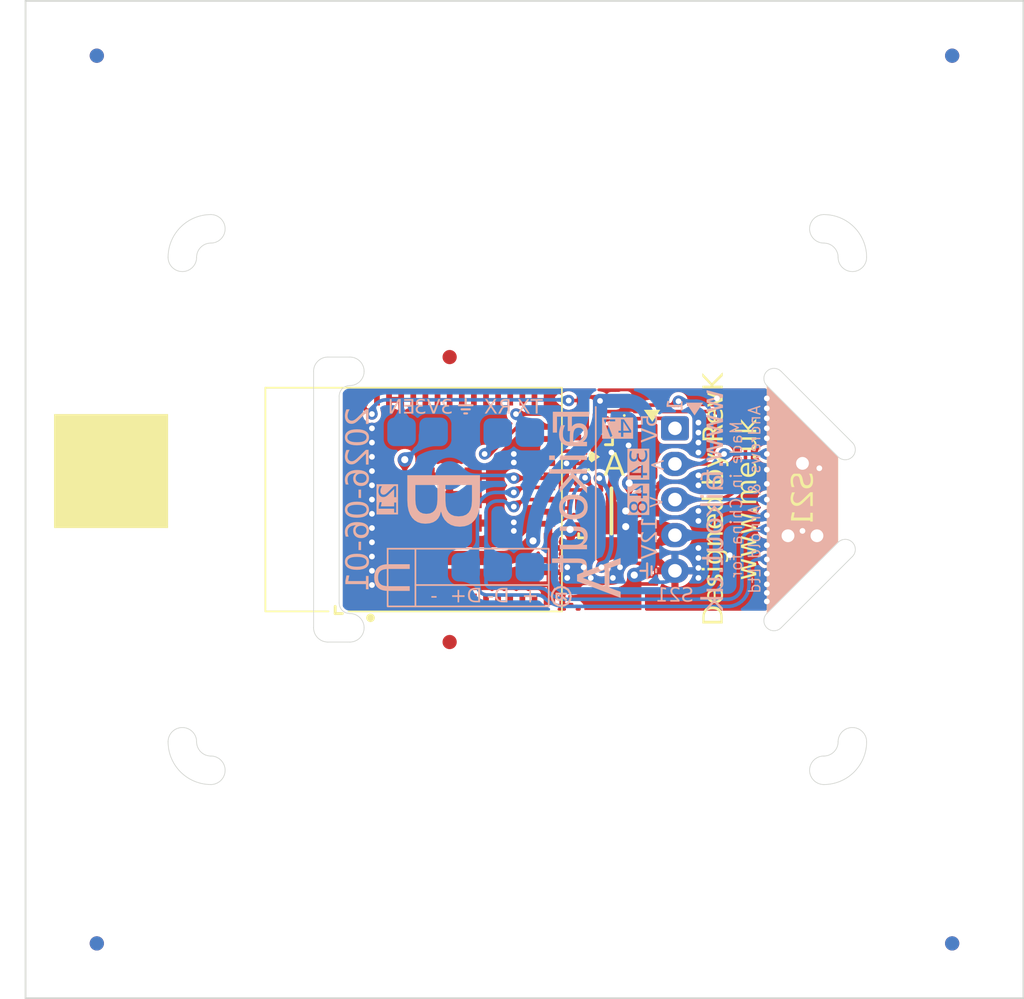
<source format=kicad_pcb>
(kicad_pcb (version 20241229) (generator "pcbnew") (generator_version "9.0")
  (title_block (title "FAIKOUT") (rev "1") (company "Adrian Kennard, Andrews & Arnold Ltd"))
  (layers (0 "F.Cu" signal) (2 "B.Cu" signal) (13 "F.Paste" user) (15 "B.Paste" user) (5 "F.SilkS" user "F.Silkscreen") (7 "B.SilkS" user "B.Silkscreen") (1 "F.Mask" user) (3 "B.Mask" user) (25 "Edge.Cuts" user))
  (net 0 "")
  (net 1 "GND")
  (net 2 "TX")
  (net 3 "RX")
  (net 4 "Net-(D4-K)")
  (net 5 "LED")
  (net 6 "DC")
  (net 7 "RST")
  (net 8 "Net-(J1-Pin_3)")
  (net 17 "+3.3V")
  (net 21 "Net-(J1-Pin_1)")
  (net 33 "D-")
  (net 34 "D+")
  (net 38 "Net-(J3-Pin_2)")
  (net 39 "BST")
  (net 40 "Net-(D4-A)")
  (net 41 "SW")
  (net 42 "FB")
  (net 43 "EN")
  (footprint "RevK:C_0201" (layer "F.Cu") (at 139.25 64.6 90)
    (property "Reference" "C19" (hide yes))
    (property "Value" "18pF")
  )
  (footprint "RevK:R_0201" (layer "F.Cu") (at 138.7 64.6 -90)
    (property "Reference" "R6" (hide yes))
    (property "Value" "150k 1%")
  )
  (footprint "RevK:R_0201" (layer "F.Cu") (at 142.8 59.6 90)
    (property "Reference" "R1" (hide yes))
    (property "Value" "10k")
  )
  (footprint "RevK:C_0201" (layer "F.Cu") (at 143.6 64.1 180)
    (property "Reference" "C5" (hide yes))
    (property "Value" "100nF")
  )
  (footprint "RevK:VCUT70N" (layer "F.Cu") (at 135 83)
    (property "Reference" "V4" (hide yes))
    (property "Value" "~")
  )
  (footprint "RevK:Tag-Connect_TC2030-IDC-NL_2x03_P1.27mm_Vertical" (layer "F.Cu") (at 154.5 65 -90)
    (property "Reference" "J2" (hide yes))
    (property "Value" "TC2030-USB-NL")
  )
  (footprint "RevK:SMD1615-Blind" (layer "F.Cu") (at 139.8 62 180)
    (property "Reference" "D1" (hide yes))
    (property "Value" "XL-1615RGBC-2812B" (hide yes))
  )
  (footprint "RevK:VCUT70N" (layer "F.Cu") (at 112 65 90)
    (property "Reference" "V5" (hide yes))
    (property "Value" "~")
  )
  (footprint "RevK:VCUT70N" (layer "F.Cu") (at 135 47)
    (property "Reference" "V3" (hide yes))
    (property "Value" "~")
  )
  (footprint "RevK:C_0402" (layer "F.Cu") (at 138.25 68.5 -90)
    (property "Reference" "C16" (hide yes))
    (property "Value" "100nF 25V" (hide yes))
  )
  (footprint "RevK:DFN1006-2L" (layer "F.Cu") (at 142.9 58.3 -90)
    (property "Reference" "D3" (hide yes))
    (property "Value" "~")
  )
  (footprint "RevK:R_0201" (layer "F.Cu") (at 139.8 64.6 90)
    (property "Reference" "R5" (hide yes))
    (property "Value" "150k 1%")
  )
  (footprint "RevK:C_0201" (layer "F.Cu") (at 142.08 64.9)
    (property "Reference" "C7" (hide yes))
    (property "Value" "100nF")
  )
  (footprint "RevK:C_0201" (layer "F.Cu") (at 139.070258 58.4)
    (property "Reference" "C6" (hide yes))
    (property "Value" "1uF")
  )
  (footprint "RevK:D_0402" (layer "F.Cu") (at 142 58.3 90)
    (property "Reference" "D4" (hide yes))
    (property "Value" "D")
  )
  (footprint "RevK:SOT-363_SC-70-6" (layer "F.Cu") (at 139.6 60 180)
    (property "Reference" "Q1" (hide yes))
    (property "Value" "BSS138PS")
  )
  (footprint "RevK:C_0201" (layer "F.Cu") (at 138.25 72.1 90)
    (property "Reference" "C2" (hide yes))
    (property "Value" "100nF")
  )
  (footprint "RevK:R_0201" (layer "F.Cu") (at 139.070258 57.8 180)
    (property "Reference" "R3" (hide yes))
    (property "Value" "10K")
  )
  (footprint "RevK:DFN1006-2L" (layer "F.Cu") (at 142 60 90)
    (property "Reference" "D2" (hide yes))
    (property "Value" "~")
  )
  (footprint "Fiducial:Fiducial_1mm_Mask2mm" (layer "F.Cu") (at 129.75 55)
    (property "Reference" "FID2" (hide yes))
    (property "Value" "Fiducial")
  )
  (footprint "RevK:SOT-563" (layer "F.Cu") (at 139.7 66.3875 90)
    (property "Reference" "U1" (hide yes))
    (property "Value" "TPS562246")
  )
  (footprint "RevK:C_0402" (layer "F.Cu") (at 144.3 68.7 -90)
    (property "Reference" "C3" (hide yes))
    (property "Value" "100nF 25V" (hide yes))
  )
  (footprint "RevK:ESP32-S3-MINI-1" (layer "F.Cu") (at 129.75 65 90)
    (property "Reference" "U4" (hide yes))
    (property "Value" "ESP32-S3-MINI-1-N4R2" (hide yes))
  )
  (footprint "RevK:C_0201" (layer "F.Cu") (at 138.15 64.6 90)
    (property "Reference" "C1" (hide yes))
    (property "Value" "100nF")
  )
  (footprint "RevK:VCUT70N" (layer "F.Cu") (at 135 73 180)
    (property "Reference" "V2" (hide yes))
    (property "Value" "~")
  )
  (footprint "RevK:C_0805" (layer "F.Cu") (at 143.6 62.2 90)
    (property "Reference" "C15" (hide yes))
    (property "Value" "47uF 6V3")
  )
  (footprint "RevK:JST_EH_S5B-EH_1x05_P2.50mm_Horizontal" (layer "F.Cu") (at 145.555 60 -90)
    (property "Reference" "J1" (hide yes))
    (property "Value" "1x5")
  )
  (footprint "Fiducial:Fiducial_1mm_Mask2mm" (layer "F.Cu") (at 129.75 75)
    (property "Reference" "FID3" (hide yes))
    (property "Value" "Fiducial")
  )
  (footprint "RevK:R_0201" (layer "F.Cu") (at 138.4 65.6 180)
    (property "Reference" "R8" (hide yes))
    (property "Value" "33k 1%")
  )
  (footprint "RevK:C_0805" (layer "F.Cu") (at 143.6 66 90)
    (property "Reference" "C17" (hide yes))
    (property "Value" "22uF 25V")
  )
  (footprint "RevK:L_5x5" (layer "F.Cu") (at 141.2 70.2 -90)
    (property "Reference" "L1" (hide yes))
    (property "Value" "4.7uH")
  )
  (footprint "RevK:R_0201" (layer "F.Cu") (at 141.1 58.1 90)
    (property "Reference" "R2" (hide yes))
    (property "Value" "10k")
  )
  (footprint "RevK:C_0201" (layer "F.Cu") (at 140.35 64.6 90)
    (property "Reference" "C18" (hide yes))
    (property "Value" "100nF")
  )
  (footprint "RevK:C_0201" (layer "F.Cu") (at 144.2 70.65 -90)
    (property "Reference" "C4" (hide yes))
    (property "Value" "100nF")
  )
  (footprint "RevK:PCB7070" (layer "F.Cu") (at 135 65)
    (property "Reference" "PCB1" (hide yes))
    (property "Value" "70x70" (hide yes))
    (fp_line (start -35 -35) (end 35 -35) (stroke (width 0.12)) (layer "Edge.Cuts"))
    (fp_line (start -35 35) (end -35 -35) (stroke (width 0.12)) (layer "Edge.Cuts"))
    (fp_line (start 35 -35) (end 35 35) (stroke (width 0.12)) (layer "Edge.Cuts"))
    (fp_line (start 35 35) (end -35 35) (stroke (width 0.12)) (layer "Edge.Cuts"))
  )
  (footprint "RevK:PAD-2mm" (layer "B.Cu") (at 135.375 60.3)
    (property "Reference" "TP10" (hide yes))
    (property "Value" "TestPoint")
  )
  (footprint "RevK:PAD-2mm" (layer "B.Cu") (at 130.875 60.25)
    (property "Reference" "TP8" (hide yes))
    (property "Value" "TestPoint")
  )
  (footprint "RevK:PAD-2mm" (layer "B.Cu") (at 133.125 69.75)
    (property "Reference" "TP2" (hide yes))
    (property "Value" "TestPoint")
  )
  (footprint "RevK:PAD-2mm" (layer "B.Cu") (at 130.875 69.75)
    (property "Reference" "TP3" (hide yes))
    (property "Value" "TestPoint")
  )
  (footprint "RevK:PAD-2mm" (layer "B.Cu") (at 128.625 69.75)
    (property "Reference" "TP4" (hide yes))
    (property "Value" "TestPoint")
  )
  (footprint "RevK:PAD-2mm" (layer "B.Cu") (at 126.375 60.25)
    (property "Reference" "TP6" (hide yes))
    (property "Value" "TestPoint")
  )
  (footprint "RevK:PAD-2mm" (layer "B.Cu") (at 135.375 69.75)
    (property "Reference" "TP7" (hide yes))
    (property "Value" "TestPoint")
  )
  (footprint "RevK:VCUT70N" (layer "B.Cu") (at 135 57 180)
    (property "Reference" "V1" (hide yes))
    (property "Value" "~")
  )
  (footprint "RevK:PAD-2mm" (layer "B.Cu") (at 128.625 60.25)
    (property "Reference" "TP5" (hide yes))
    (property "Value" "TestPoint")
  )
  (footprint "RevK:VCUT70N" (layer "B.Cu") (at 157 65 90)
    (property "Reference" "V6" (hide yes))
    (property "Value" "~")
  )
  (footprint "RevK:PAD-2mm" (layer "B.Cu") (at 133.125 60.3)
    (property "Reference" "TP9" (hide yes))
    (property "Value" "TestPoint")
  )
  (footprint "RevK:AA-Pad" (layer "B.Cu") (at 129.75 65 -90)
    (property "Reference" "J3" (hide yes))
    (property "Value" "Reset")
  )
  (gr_circle (center 139.5 62.9) (end 139.5 63) (fill yes) (layer "F.SilkS"))
  (gr_line (start 141.1 67.4) (end 141.1 64.2) (stroke (width 0.25)) (layer "F.SilkS"))
  (gr_rect (start 102 59) (end 110 67) (fill yes) (layer "F.SilkS"))
  (gr_circle (center 124.2 73.3) (end 124.5 73.3) (fill yes) (layer "F.SilkS"))
  (gr_poly (pts (xy 143.371112 58.700549) (xy 144.526112 58.700549) (xy 143.971112 59.550549)) (fill yes) (layer "F.SilkS"))
  (gr_poly (pts (xy 147.53 58.2) (xy 146.33 58.2) (xy 146.93 59.1)) (fill yes) (layer "B.SilkS"))
  (gr_line (start 127.35 71) (end 136.65 71) (stroke (width 0.12)) (layer "B.SilkS"))
  (gr_line (start 127.35 68.5) (end 127.35 72.5) (stroke (width 0.12)) (layer "B.SilkS"))
  (gr_rect (start 125.4 68.45) (end 136.7 72.5) (stroke (width 0.12)) (fill no) (layer "B.SilkS"))
  (gr_line (start 140 58.5) (end 140 69.2) (stroke (width 0.12)) (layer "B.SilkS"))
  (gr_arc (start 113 83) (mid 114 84) (end 113 85) (stroke (width 0.05)) (layer "Edge.Cuts"))
  (gr_arc (start 123.75 74) (mid 123.457107 74.707107) (end 122.75 75) (stroke (width 0.05)) (layer "Edge.Cuts"))
  (gr_arc (start 159 82) (mid 158.12132 84.12132) (end 156 85) (stroke (width 0.05)) (layer "Edge.Cuts"))
  (gr_arc (start 156 85) (mid 155 84) (end 156 83) (stroke (width 0.05)) (layer "Edge.Cuts"))
  (gr_line (start 152 73) (end 157 68) (stroke (width 0.05)) (layer "Edge.Cuts"))
  (gr_arc (start 113 45) (mid 114 46) (end 113 47) (stroke (width 0.05)) (layer "Edge.Cuts"))
  (gr_arc (start 157 68) (mid 157.999998 68) (end 157.999998 68.999998) (stroke (width 0.05)) (layer "Edge.Cuts"))
  (gr_line (start 152.999998 56.000002) (end 157.999998 61.000002) (stroke (width 0.05)) (layer "Edge.Cuts"))
  (gr_arc (start 156 47) (mid 156.707107 47.292893) (end 157 48) (stroke (width 0.05)) (layer "Edge.Cuts"))
  (gr_arc (start 159 48) (mid 158 49) (end 157 48) (stroke (width 0.05)) (layer "Edge.Cuts"))
  (gr_arc (start 152.999998 73.999998) (mid 152 73.999998) (end 152 73) (stroke (width 0.05)) (layer "Edge.Cuts"))
  (gr_arc (start 122.75 73) (mid 122.21967 72.78033) (end 122 72.25) (stroke (width 0.05)) (layer "Edge.Cuts"))
  (gr_arc (start 156 45) (mid 158.12132 45.87868) (end 159 48) (stroke (width 0.05)) (layer "Edge.Cuts"))
  (gr_arc (start 110 48) (mid 110.87868 45.87868) (end 113 45) (stroke (width 0.05)) (layer "Edge.Cuts"))
  (gr_arc (start 112 48) (mid 112.292893 47.292893) (end 113 47) (stroke (width 0.05)) (layer "Edge.Cuts"))
  (gr_line (start 120.207107 56) (end 120.207107 74) (stroke (width 0.05)) (layer "Edge.Cuts"))
  (gr_arc (start 110 82) (mid 111 81) (end 112 82) (stroke (width 0.05)) (layer "Edge.Cuts"))
  (gr_arc (start 113 83) (mid 112.292893 82.707107) (end 112 82) (stroke (width 0.05)) (layer "Edge.Cuts"))
  (gr_line (start 152.999998 73.999998) (end 157.999998 68.999998) (stroke (width 0.05)) (layer "Edge.Cuts"))
  (gr_line (start 122.75 75) (end 121.2071 75) (stroke (width 0.05)) (layer "Edge.Cuts"))
  (gr_arc (start 121.207107 75) (mid 120.5 74.707107) (end 120.207107 74) (stroke (width 0.05)) (layer "Edge.Cuts"))
  (gr_arc (start 112 48) (mid 111 49) (end 110 48) (stroke (width 0.05)) (layer "Edge.Cuts"))
  (gr_arc (start 157 82) (mid 156.707107 82.707107) (end 156 83) (stroke (width 0.05)) (layer "Edge.Cuts"))
  (gr_arc (start 122.75 55) (mid 123.457107 55.292893) (end 123.75 56) (stroke (width 0.05)) (layer "Edge.Cuts"))
  (gr_arc (start 157 82) (mid 158 81) (end 159 82) (stroke (width 0.05)) (layer "Edge.Cuts"))
  (gr_arc (start 152 57) (mid 152 56.000002) (end 152.999998 56.000002) (stroke (width 0.05)) (layer "Edge.Cuts"))
  (gr_arc (start 157.999998 61.000002) (mid 157.999998 62) (end 157 62) (stroke (width 0.05)) (layer "Edge.Cuts"))
  (gr_line (start 152 57) (end 157 62) (stroke (width 0.05)) (layer "Edge.Cuts"))
  (gr_arc (start 122 57.75) (mid 122.21967 57.21967) (end 122.75 57) (stroke (width 0.05)) (layer "Edge.Cuts"))
  (gr_arc (start 113 85) (mid 110.87868 84.12132) (end 110 82) (stroke (width 0.05)) (layer "Edge.Cuts"))
  (gr_arc (start 120.207107 56) (mid 120.5 55.292894) (end 121.207107 55) (stroke (width 0.05)) (layer "Edge.Cuts"))
  (gr_arc (start 156 47) (mid 155 46) (end 156 45) (stroke (width 0.05)) (layer "Edge.Cuts"))
  (gr_arc (start 123.75 56) (mid 123.457107 56.707107) (end 122.75 57) (stroke (width 0.05)) (layer "Edge.Cuts"))
  (gr_arc (start 122.75 73) (mid 123.457107 73.292893) (end 123.75 74) (stroke (width 0.05)) (layer "Edge.Cuts"))
  (gr_line (start 121.207107 55.000008) (end 122.75 55) (stroke (width 0.05)) (layer "Edge.Cuts"))
  (gr_line (start 122 57.75) (end 122 72.25) (stroke (width 0.05)) (layer "Edge.Cuts"))
  (gr_text "3" (at 153.3 65 90) (layer "F.SilkS" knockout) (effects (font (size 1.1 1.1))))
  (gr_text "Designed by RevK\nwww.me.uk" (at 149.5 65 90) (layer "F.SilkS") (effects (font (size 1.4 1.4))))
  (gr_text "1" (at 153.33 60 90) (layer "F.SilkS" knockout) (effects (font (size 1.1 1.1))))
  (gr_text "5" (at 153.33 70 90) (layer "F.SilkS" knockout) (effects (font (size 1.1 1.1))))
  (gr_text "A" (at 140.534282 63.585814 0) (layer "F.SilkS") (effects (font (size 1.6 1.6)) (justify left bottom)))
  (gr_text "F" (at 138.5 59.5 90) (layer "B.SilkS") (effects (font (size 2.5 2.5)) (justify mirror)))
  (gr_text "D-" (at 133.15 71.8 0) (layer "B.SilkS") (effects (font (size 1 1) (thickness 0.1)) (justify mirror)))
  (gr_text "®" (at 137.6 71.8 90) (layer "B.SilkS") (effects (font (size 1 1)) (justify mirror)))
  (gr_text "D+" (at 130.9 71.8 0) (layer "B.SilkS") (effects (font (size 1 1) (thickness 0.1)) (justify mirror)))
  (gr_text "${CURRENT_DATE}" (at 123.4 65 90) (layer "B.SilkS") (effects (font (size 1.6 1.6)) (justify mirror)))
  (gr_text "1" (at 145.63 58.4 90) (layer "B.SilkS") (effects (font (size 1.1 1.1) (thickness 0.1)) (justify mirror)))
  (gr_text "EN" (at 126.375 58.55 0) (layer "B.SilkS") (effects (font (size 1 1) (thickness 0.1)) (justify mirror)))
  (gr_text ">" (at 144.33 62.6 0) (layer "B.SilkS") (effects (font (size 1 1)) (justify mirror)))
  (gr_text "Made in China for\nAndrews & Arnold Ltd" (at 150.5 65 90) (layer "B.SilkS") (effects (font (size 0.8 0.8) (thickness 0.1)) (justify mirror)))
  (gr_text "U" (at 125.5 70.475 270) (layer "B.SilkS") (effects (font (size 2.4 2.4)) (justify mirror)))
  (gr_text "RX" (at 133.125 58.55 0) (layer "B.SilkS") (effects (font (size 1 1) (thickness 0.1)) (justify mirror)))
  (gr_text "A" (at 140.5 70.5 90) (layer "B.SilkS") (effects (font (size 3 3)) (justify mirror)))
  (gr_text "TX" (at 135.375 58.55 0) (layer "B.SilkS") (effects (font (size 1 1) (thickness 0.1)) (justify mirror)))
  (gr_text "48" (at 143.1 65 90) (layer "B.SilkS" knockout) (effects (font (size 1.2 1.2) (thickness 0.1)) (justify mirror)))
  (gr_text "S21" (at 154.6 65 90) (layer "B.SilkS" knockout) (effects (font (size 1.5 1.5)) (justify mirror)))
  (gr_text "aikout.uk" (at 148.3 63.2 90) (layer "B.SilkS") (effects (font (size 1.5 1.5)) (justify left mirror)))
  (gr_text "S21" (at 145.53 71.75 0) (layer "B.SilkS") (effects (font (size 1 1)) (justify mirror)))
  (gr_text "3V3" (at 128.625 58.55 0) (layer "B.SilkS") (effects (font (size 1 1) (thickness 0.1)) (justify mirror)))
  (gr_text "5V" (at 143.83 60 90) (layer "B.SilkS") (effects (font (size 1.1 1.1) (thickness 0.1)) (justify mirror)))
  (gr_text "⏚" (at 130.875 58.5 0) (layer "B.SilkS") (effects (font (size 1 1)) (justify mirror)))
  (gr_text "12V" (at 143.83 67.7 90) (layer "B.SilkS") (effects (font (size 1.1 1.1) (thickness 0.1)) (justify mirror)))
  (gr_text " aikout" (at 138.35 64.25 90) (layer "B.SilkS") (effects (font (size 2.5 2.5)) (justify mirror)))
  (gr_text "47" (at 141.5 60.1 0) (layer "B.SilkS" knockout) (effects (font (size 1.2 1.2) (thickness 0.1)) (justify mirror)))
  (gr_text "www.f" (at 148.3 63.6 90) (layer "B.SilkS") (effects (font (size 1.5 1.5)) (justify right mirror)))
  (gr_text "21" (at 125.5 65 90) (layer "B.SilkS" knockout) (effects (font (size 1.2 1.2) (thickness 0.1)) (justify mirror)))
  (gr_text "-" (at 128.65 71.8 0) (layer "B.SilkS") (effects (font (size 1 1)) (justify mirror)))
  (gr_text "+" (at 135.4 71.8 0) (layer "B.SilkS") (effects (font (size 1 1) (thickness 0.1)) (justify mirror)))
  (gr_text "34" (at 143.1 62.5 90) (layer "B.SilkS" knockout) (effects (font (size 1.2 1.2) (thickness 0.1)) (justify mirror)))
  (gr_text "<" (at 144.23 65.2 0) (layer "B.SilkS") (effects (font (size 1 1)) (justify mirror)))
  (gr_text "⏚" (at 143.73 70 90) (layer "B.SilkS") (effects (font (size 1.1 1.1)) (justify mirror)))
  (segment (start 145.1 70) (end 144.3 69.2) (width 0.5) (layer "F.Cu") (net 1))
  (segment (start 136.83 72) (end 136.83 70.95) (width 0.5) (layer "F.Cu") (net 1))
  (segment (start 138.356322 72.481322) (end 138.365142 72.489315) (width 0.25) (layer "F.Cu") (net 1))
  (segment (start 138.25 72.375) (end 138.356322 72.481322) (width 0.25) (layer "F.Cu") (net 1))
  (segment (start 138.365142 72.489315) (end 138.38854 72.499) (width 0.25) (layer "F.Cu") (net 1))
  (segment (start 140.538294 66.940501) (end 142.059499 66.940501) (width 1) (layer "F.Cu") (net 1))
  (segment (start 142.059499 66.940501) (end 142.1 66.9) (width 1) (layer "F.Cu") (net 1))
  (segment (start 137.324 57.476) (end 137.6 57.476) (width 0.2) (layer "F.Cu") (net 1))
  (segment (start 136.83 57.97) (end 137.324 57.476) (width 0.2) (layer "F.Cu") (net 1))
  (segment (start 138.38854 72.499) (end 138.7 72.499) (width 0.25) (layer "F.Cu") (net 1))
  (via (at 124.3 66) (size 0.8) (drill 0.4) (layers "F.Cu" "B.Cu") (net 1))
  (via (at 141.1 61.7) (size 0.8) (drill 0.4) (layers "F.Cu" "B.Cu") (net 1))
  (via (at 147.2 70.5) (size 0.8) (drill 0.4) (layers "F.Cu" "B.Cu") (net 1))
  (via (at 124.3 61) (size 0.8) (drill 0.4) (layers "F.Cu" "B.Cu") (net 1))
  (via (at 147.2 68.4) (size 0.8) (drill 0.4) (layers "F.Cu" "B.Cu") (net 1))
  (via (at 152 71.55) (size 0.8) (drill 0.4) (layers "F.Cu" "B.Cu") (net 1))
  (via (at 152 70.95) (size 0.8) (drill 0.4) (layers "F.Cu" "B.Cu") (net 1))
  (via (at 152 59.3) (size 0.8) (drill 0.4) (layers "F.Cu" "B.Cu") (net 1))
  (via (at 141.7 69.75) (size 0.8) (drill 0.4) (layers "F.Cu" "B.Cu") (net 1))
  (via (at 138 69.75) (size 0.8) (drill 0.4) (layers "F.Cu" "B.Cu") (net 1))
  (via (at 139.15 69.75) (size 0.8) (drill 0.4) (layers "F.Cu" "B.Cu") (net 1))
  (via (at 124.3 67) (size 0.8) (drill 0.4) (layers "F.Cu" "B.Cu") (net 1))
  (via (at 152 62.9) (size 0.8) (drill 0.4) (layers "F.Cu" "B.Cu") (net 1))
  (via (at 147.2 69.1) (size 0.8) (drill 0.4) (layers "F.Cu" "B.Cu") (net 1))
  (via (at 134.25 67.2) (size 0.8) (drill 0.4) (layers "F.Cu" "B.Cu") (net 1))
  (via (at 147.2 59.6) (size 0.8) (drill 0.4) (layers "F.Cu" "B.Cu") (net 1))
  (via (at 142.1 66.9) (size 1) (drill 0.5) (layers "F.Cu" "B.Cu") (net 1))
  (via (at 152 63.9) (size 0.8) (drill 0.4) (layers "F.Cu" "B.Cu") (net 1))
  (via (at 139.65 70.5) (size 0.8) (drill 0.4) (layers "F.Cu" "B.Cu") (net 1))
  (via (at 152 70.2) (size 0.8) (drill 0.4) (layers "F.Cu" "B.Cu") (net 1))
  (via (at 147.2 64) (size 0.8) (drill 0.4) (layers "F.Cu" "B.Cu") (net 1))
  (via (at 152 60.7) (size 0.8) (drill 0.4) (layers "F.Cu" "B.Cu") (net 1))
  (via (at 147.2 61.7) (size 0.8) (drill 0.4) (layers "F.Cu" "B.Cu") (net 1))
  (via (at 147.2 66.5) (size 0.8) (drill 0.4) (layers "F.Cu" "B.Cu") (net 1))
  (via (at 124.3 68) (size 0.8) (drill 0.4) (layers "F.Cu" "B.Cu") (net 1))
  (via (at 134.25 62.4) (size 0.8) (drill 0.4) (layers "F.Cu" "B.Cu") (net 1))
  (via (at 152 60) (size 0.8) (drill 0.4) (layers "F.Cu" "B.Cu") (net 1))
  (via (at 147.2 60.3) (size 0.8) (drill 0.4) (layers "F.Cu" "B.Cu") (net 1))
  (via (at 149.4 68.9) (size 0.8) (drill 0.4) (layers "F.Cu" "B.Cu") (net 1))
  (via (at 147.2 69.8) (size 0.8) (drill 0.4) (layers "F.Cu" "B.Cu") (net 1))
  (via (at 124.3 71) (size 0.8) (drill 0.4) (layers "F.Cu" "B.Cu") (net 1))
  (via (at 124.3 63) (size 0.8) (drill 0.4) (layers "F.Cu" "B.Cu") (net 1))
  (via (at 141.2 70.5) (size 0.8) (drill 0.4) (layers "F.Cu" "B.Cu") (net 1))
  (via (at 147.2 63.3) (size 0.8) (drill 0.4) (layers "F.Cu" "B.Cu") (net 1))
  (via (at 124.3 70) (size 0.8) (drill 0.4) (layers "F.Cu" "B.Cu") (net 1))
  (via (at 152 58.6) (size 0.8) (drill 0.4) (layers "F.Cu" "B.Cu") (net 1))
  (via (at 152 57.9) (size 0.8) (drill 0.4) (layers "F.Cu" "B.Cu") (net 1))
  (via (at 147.2 65.8) (size 0.8) (drill 0.4) (layers "F.Cu" "B.Cu") (net 1))
  (via (at 124.3 65) (size 0.8) (drill 0.4) (layers "F.Cu" "B.Cu") (net 1))
  (via (at 142.3 61.2) (size 0.8) (drill 0.4) (layers "F.Cu" "B.Cu") (net 1))
  (via (at 124.3 60) (size 0.8) (drill 0.4) (layers "F.Cu" "B.Cu") (net 1))
  (via (at 134.25 61.8) (size 0.8) (drill 0.4) (layers "F.Cu" "B.Cu") (net 1))
  (via (at 147.2 61) (size 0.8) (drill 0.4) (layers "F.Cu" "B.Cu") (net 1))
  (via (at 138 70.5) (size 0.8) (drill 0.4) (layers "F.Cu" "B.Cu") (net 1))
  (via (at 124.3 69) (size 0.8) (drill 0.4) (layers "F.Cu" "B.Cu") (net 1))
  (via (at 124.3 62) (size 0.8) (drill 0.4) (layers "F.Cu" "B.Cu") (net 1))
  (via (at 134.25 66.6) (size 0.8) (drill 0.4) (layers "F.Cu" "B.Cu") (net 1))
  (via (at 142.1 65.8) (size 1) (drill 0.5) (layers "F.Cu" "B.Cu") (net 1))
  (via (at 148.5 57.9) (size 0.8) (drill 0.4) (layers "F.Cu" "B.Cu") (net 1))
  (via (at 124.3 64) (size 0.8) (drill 0.4) (layers "F.Cu" "B.Cu") (net 1))
  (via (at 152 68.2) (size 0.8) (drill 0.4) (layers "F.Cu" "B.Cu") (net 1))
  (via (at 152 72.15) (size 0.8) (drill 0.4) (layers "F.Cu" "B.Cu") (net 1))
  (arc (start 136.796647 60.750083) (mid 137.123179 60.815035) (end 137.4 61) (width 0.25) (layer "F.Cu") (net 1))
  (segment (start 144.755 70.8) (end 144.2 70.8) (width 0.25) (layer "B.Cu") (net 1))
  (arc (start 145.555 70) (mid 145.320685 70.565685) (end 144.755 70.8) (width 0.25) (layer "B.Cu") (net 1))
  (segment (start 137.506179 59.293821) (end 138.056179 59.843821) (width 0.25) (layer "F.Cu") (net 2))
  (segment (start 136.7 59) (end 134.4 59) (width 0.25) (layer "F.Cu") (net 2))
  (segment (start 138.65 60) (end 138.433228 60) (width 0.25) (layer "F.Cu") (net 2))
  (via (at 134.4 59) (size 0.8) (drill 0.4) (layers "F.Cu" "B.Cu") (net 2))
  (arc (start 136.917543 59.05) (mid 137.236111 59.113367) (end 137.506179 59.293821) (width 0.25) (layer "F.Cu") (net 2))
  (arc (start 138.433228 60) (mid 138.22917 59.95941) (end 138.056179 59.843821) (width 0.25) (layer "F.Cu") (net 2))
  (segment (start 135.14519 59.745191) (end 134.4 59) (width 0.25) (layer "B.Cu") (net 2))
  (segment (start 137.347488 60.147487) (end 137.45 60.25) (width 0.25) (layer "F.Cu") (net 3))
  (segment (start 136.323224 59.723223) (end 136.25 59.65) (width 0.25) (layer "F.Cu") (net 3))
  (segment (start 138.65 60.65) (end 138.132843 60.65) (width 0.25) (layer "F.Cu") (net 3))
  (segment (start 133 61.4) (end 132.741422 61.658579) (width 0.25) (layer "F.Cu") (net 3))
  (segment (start 132.4 61.8) (end 132.2 61.8) (width 0.25) (layer "F.Cu") (net 3))
  (segment (start 135.887868 59.5) (end 135.182843 59.5) (width 0.25) (layer "F.Cu") (net 3))
  (segment (start 134.7 59.7) (end 133 61.4) (width 0.25) (layer "F.Cu") (net 3))
  (segment (start 137.45 60.25) (end 137.65 60.45) (width 0.25) (layer "F.Cu") (net 3))
  (via (at 132.2 61.8) (size 0.8) (drill 0.4) (layers "F.Cu" "B.Cu") (net 3))
  (arc (start 138.132843 60.65) (mid 137.87153 60.598022) (end 137.65 60.45) (width 0.25) (layer "F.Cu") (net 3))
  (arc (start 136.25 59.65) (mid 136.083852 59.538984) (end 135.887868 59.5) (width 0.25) (layer "F.Cu") (net 3))
  (arc (start 132.741422 61.658579) (mid 132.584776 61.763246) (end 132.4 61.8) (width 0.25) (layer "F.Cu") (net 3))
  (arc (start 136.75 59.9) (mid 137.073358 59.96432) (end 137.347488 60.147487) (width 0.25) (layer "F.Cu") (net 3))
  (arc (start 136.75 59.9) (mid 136.51903 59.854057) (end 136.323224 59.723223) (width 0.25) (layer "F.Cu") (net 3))
  (arc (start 135.182843 59.5) (mid 134.92153 59.551978) (end 134.7 59.7) (width 0.25) (layer "F.Cu") (net 3))
  (segment (start 132.718414 61.281587) (end 132.2 61.8) (width 0.25) (layer "B.Cu") (net 3))
  (arc (start 133.125 60.3) (mid 133.019332 60.831231) (end 132.718414 61.281587) (width 0.25) (layer "B.Cu") (net 3))
  (segment (start 142.9 58.7) (end 142 58.7) (width 0.25) (layer "F.Cu") (net 4))
  (segment (start 141.876 58.824) (end 141.3 58.824) (width 0.25) (layer "F.Cu") (net 4))
  (segment (start 141.3 58.824) (end 140.175 58.824) (width 0.25) (layer "F.Cu") (net 4))
  (segment (start 145.555 62.5) (end 148.3 62.5) (width 0.25) (layer "F.Cu") (net 4))
  (segment (start 139.899 59.1) (end 139.899 59.700638) (width 0.25) (layer "F.Cu") (net 4))
  (segment (start 145.8 58.099) (end 145.526 58.373) (width 0.25) (layer "F.Cu") (net 4))
  (segment (start 145.526 58.373) (end 143.848025 58.373) (width 0.25) (layer "F.Cu") (net 4))
  (segment (start 140.198362 60) (end 140.55 60) (width 0.25) (layer "F.Cu") (net 4))
  (segment (start 141.3 58.824) (end 141.700638 58.824) (width 0.25) (layer "F.Cu") (net 4))
  (segment (start 154.926403 66.773596) (end 154.5 67.2) (width 0.25) (layer "F.Cu") (net 4))
  (via (at 145.8 58.099) (size 0.8) (drill 0.4) (layers "F.Cu" "B.Cu") (net 4))
  (via (at 152 61.8) (size 0.8) (drill 0.4) (layers "F.Cu" "B.Cu") (net 4))
  (via (at 154.5 67.2) (size 0.8) (drill 0.4) (layers "F.Cu" "B.Cu") (net 4))
  (via (at 149 61.8) (size 0.8) (drill 0.4) (layers "F.Cu" "B.Cu") (net 4))
  (arc (start 140.175 58.824) (mid 139.979839 58.904839) (end 139.899 59.1) (width 0.25) (layer "F.Cu") (net 4))
  (arc (start 141.700638 58.824) (mid 141.862652 58.791773) (end 142 58.7) (width 0.25) (layer "F.Cu") (net 4))
  (arc (start 143.848025 58.373) (mid 143.551436 58.431995) (end 143.299999 58.6) (width 0.25) (layer "F.Cu") (net 4))
  (arc (start 148.3 62.5) (mid 148.794975 62.294975) (end 149 61.8) (width 0.25) (layer "F.Cu") (net 4))
  (arc (start 143.299999 58.6) (mid 143.189234 58.67401) (end 143.058578 58.7) (width 0.25) (layer "F.Cu") (net 4))
  (arc (start 155.135 66.27) (mid 155.080788 66.542544) (end 154.926403 66.773596) (width 0.25) (layer "F.Cu") (net 4))
  (arc (start 139.899 59.700638) (mid 139.986681 59.912319) (end 140.198362 60) (width 0.25) (layer "F.Cu") (net 4))
  (segment (start 152.241421 61.7) (end 155.316 61.7) (width 0.25) (layer "B.Cu") (net 4))
  (segment (start 152.016 61.784) (end 152 61.8) (width 0.25) (layer "B.Cu") (net 4))
  (segment (start 145.8 58.099) (end 147.029 58.099) (width 0.25) (layer "B.Cu") (net 4))
  (segment (start 156.5 64.068629) (end 156.5 62.884) (width 0.25) (layer "B.Cu") (net 4))
  (segment (start 154.5 67.2) (end 155.7 66) (width 0.25) (layer "B.Cu") (net 4))
  (segment (start 145.555 62.5) (end 147.08 62.5) (width 0.25) (layer "B.Cu") (net 4))
  (segment (start 148.13 61.45) (end 148.13 59.2) (width 0.25) (layer "B.Cu") (net 4))
  (segment (start 149 61.8) (end 152 61.8) (width 0.25) (layer "B.Cu") (net 4))
  (arc (start 147.08 62.5) (mid 147.822462 62.192462) (end 148.13 61.45) (width 0.25) (layer "B.Cu") (net 4))
  (arc (start 155.7 66) (mid 156.292087 65.113879) (end 156.5 64.068629) (width 0.25) (layer "B.Cu") (net 4))
  (arc (start 152.241421 61.7) (mid 152.110765 61.725989) (end 152 61.8) (width 0.25) (layer "B.Cu") (net 4))
  (arc (start 147.029 58.099) (mid 147.807525 58.421475) (end 148.13 59.2) (width 0.25) (layer "B.Cu") (net 4))
  (arc (start 156.5 62.884) (mid 156.153214 62.046786) (end 155.316 61.7) (width 0.25) (layer "B.Cu") (net 4))
  (segment (start 136.75 61.6) (end 138.993934 61.6) (width 0.25) (layer "F.Cu") (net 5))
  (arc (start 138.993934 61.6) (mid 139.091926 61.580508) (end 139.175 61.525) (width 0.25) (layer "F.Cu") (net 5))
  (segment (start 139.278917 63.615197) (end 139.306545 63.669421) (width 0.25) (layer "F.Cu") (net 6))
  (segment (start 139.250595 63.49721) (end 139.260113 63.557318) (width 0.25) (layer "F.Cu") (net 6))
  (segment (start 152 66.1) (end 152.8 65.3) (width 0.35) (layer "F.Cu") (net 6))
  (segment (start 143.612556 66.937909) (end 144.197992 66.937909) (width 1) (layer "F.Cu") (net 6))
  (segment (start 139.306545 63.669421) (end 139.342315 63.718655) (width 0.25) (layer "F.Cu") (net 6))
  (segment (start 138.25 68) (end 138.25 67.220711) (width 0.5) (layer "F.Cu") (net 6))
  (segment (start 145 67.5) (end 144.3 68.2) (width 0.5) (layer "F.Cu") (net 6))
  (segment (start 139.342315 63.718655) (end 139.363436 63.740566) (width 0.25) (layer "F.Cu") (net 6))
  (segment (start 139.260113 63.557318) (end 139.278917 63.615197) (width 0.25) (layer "F.Cu") (net 6))
  (segment (start 138.2 67.1) (end 138.7 67.1) (width 1) (layer "F.Cu") (net 6))
  (segment (start 139.250031 63.466782) (end 139.250595 63.49721) (width 0.25) (layer "F.Cu") (net 6))
  (segment (start 143.6 66.9375) (end 143.612556 66.937909) (width 1) (layer "F.Cu") (net 6))
  (segment (start 153.157089 64.437911) (end 153.865 63.73) (width 0.35) (layer "F.Cu") (net 6))
  (segment (start 139.363436 63.740566) (end 139.69544 64.07257) (width 0.25) (layer "F.Cu") (net 6))
  (via (at 152 66.1) (size 0.8) (drill 0.4) (layers "F.Cu" "B.Cu") (net 6))
  (via (at 139.24934 63.466061) (size 0.8) (drill 0.4) (layers "F.Cu" "B.Cu") (net 6))
  (via (at 138.2 67.1) (size 1) (drill 0.5) (layers "F.Cu" "B.Cu") (net 6))
  (arc (start 138.25 67.220711) (mid 138.237006 67.155382) (end 138.2 67.1) (width 0.5) (layer "F.Cu") (net 6))
  (arc (start 139.69544 64.07257) (mid 139.772826 64.188386) (end 139.8 64.325) (width 0.25) (layer "F.Cu") (net 6))
  (arc (start 144.197992 66.937909) (mid 144.932399 67.083992) (end 145.555 67.5) (width 1) (layer "F.Cu") (net 6))
  (arc (start 152.9 65.058579) (mid 152.966815 64.722676) (end 153.157089 64.437911) (width 0.35) (layer "F.Cu") (net 6))
  (arc (start 152.8 65.3) (mid 152.874011 65.189235) (end 152.9 65.058579) (width 0.35) (layer "F.Cu") (net 6))
  (segment (start 137.9 67.1) (end 138.2 67.1) (width 0.5) (layer "B.Cu") (net 6))
  (segment (start 147 71.4) (end 138 71.4) (width 0.5) (layer "B.Cu") (net 6))
  (segment (start 137.1 70.5) (end 137.1 69.8) (width 0.5) (layer "B.Cu") (net 6))
  (segment (start 136.979832 69.75) (end 135.375 69.75) (width 0.5) (layer "B.Cu") (net 6))
  (segment (start 138.2 65.913928) (end 138.2 67.1) (width 0.25) (layer "B.Cu") (net 6))
  (segment (start 148.452056 67.5) (end 148.452056 69.947944) (width 0.5) (layer "B.Cu") (net 6))
  (segment (start 149.652056 66.3) (end 151.517157 66.3) (width 0.5) (layer "B.Cu") (net 6))
  (segment (start 137.1 69.8) (end 137.1 67.9) (width 0.5) (layer "B.Cu") (net 6))
  (segment (start 139.187909 63.528903) (end 139.250031 63.466782) (width 0.25) (layer "B.Cu") (net 6))
  (segment (start 145.555 67.5) (end 148.452056 67.5) (width 0.5) (layer "B.Cu") (net 6))
  (arc (start 151.517157 66.3) (mid 151.77847 66.248022) (end 152 66.1) (width 0.5) (layer "B.Cu") (net 6))
  (arc (start 148.452056 69.947944) (mid 148.026759 70.974703) (end 147 71.4) (width 0.5) (layer "B.Cu") (net 6))
  (arc (start 138 71.4) (mid 137.363604 71.136396) (end 137.1 70.5) (width 0.5) (layer "B.Cu") (net 6))
  (arc (start 138.2 65.913928) (mid 138.456749 64.623162) (end 139.187909 63.528903) (width 0.25) (layer "B.Cu") (net 6))
  (arc (start 137.1 67.9) (mid 137.334315 67.334315) (end 137.9 67.1) (width 0.5) (layer "B.Cu") (net 6))
  (arc (start 136.980216 69.750384) (mid 137.045043 69.763279) (end 137.1 69.8) (width 0.5) (layer "B.Cu") (net 6))
  (arc (start 148.452056 67.5) (mid 148.803528 66.651472) (end 149.652056 66.3) (width 0.5) (layer "B.Cu") (net 6))
  (segment (start 138.795258 58.1) (end 138.795258 58.4) (width 0.25) (layer "F.Cu") (net 7))
  (segment (start 123.8 58) (end 123.8 58.5) (width 0.25) (layer "F.Cu") (net 7))
  (segment (start 138.099 58.05) (end 138.674547 58.05) (width 0.25) (layer "F.Cu") (net 7))
  (segment (start 124.238909 58.938908) (end 124.3 59) (width 0.25) (layer "F.Cu") (net 7))
  (segment (start 138.795258 57.8) (end 138.795258 58.1) (width 0.25) (layer "F.Cu") (net 7))
  (via (at 138.099 58.05) (size 0.8) (drill 0.4) (layers "F.Cu" "B.Cu") (net 7))
  (via (at 124.3 59) (size 0.8) (drill 0.4) (layers "F.Cu" "B.Cu") (net 7))
  (arc (start 123.8 58.5) (mid 123.946447 58.853553) (end 124.3 59) (width 0.25) (layer "F.Cu") (net 7))
  (arc (start 138.674547 58.05) (mid 138.739875 58.062995) (end 138.795258 58.1) (width 0.25) (layer "F.Cu") (net 7))
  (segment (start 127.4 58) (end 125.3 58) (width 0.25) (layer "B.Cu") (net 7))
  (segment (start 127.4 58) (end 137.1 58) (width 0.25) (layer "B.Cu") (net 7))
  (segment (start 126.414214 58) (end 127.4 58) (width 0.25) (layer "B.Cu") (net 7))
  (segment (start 126.375 60.25) (end 126.375 58.039214) (width 0.25) (layer "B.Cu") (net 7))
  (segment (start 137.1 58) (end 137.978289 58) (width 0.25) (layer "B.Cu") (net 7))
  (arc (start 137.978289 58) (mid 138.043617 58.012995) (end 138.099 58.05) (width 0.25) (layer "B.Cu") (net 7))
  (arc (start 125.3 58) (mid 124.592893 58.292893) (end 124.3 59) (width 0.25) (layer "B.Cu") (net 7))
  (arc (start 126.375 58.039214) (mid 126.386486 58.011486) (end 126.414214 58) (width 0.25) (layer "B.Cu") (net 7))
  (segment (start 155.682284 62.802515) (end 155.69964 62.819871) (width 0.25) (layer "F.Cu") (net 8))
  (segment (start 149.201103 64.789648) (end 149.080899 64.841499) (width 0.25) (layer "F.Cu") (net 8))
  (segment (start 150.341499 63.580899) (end 150.289648 63.701103) (width 0.25) (layer "F.Cu") (net 8))
  (segment (start 149.931182 64.246125) (end 149.841346 64.341346) (width 0.25) (layer "F.Cu") (net 8))
  (segment (start 150.230895 63.818089) (end 150.16544 63.931461) (width 0.25) (layer "F.Cu") (net 8))
  (segment (start 149.716581 59.607419) (end 149.816268 59.712657) (width 0.25) (layer "F.Cu") (net 8))
  (segment (start 150.386273 63.457884) (end 150.341499 63.580899) (width 0.25) (layer "F.Cu") (net 8))
  (segment (start 143.935267 58.832572) (end 144.007308 58.82445) (width 0.25) (layer "F.Cu") (net 8))
  (segment (start 150.28268 60.442353) (end 150.336334 60.577014) (width 0.25) (layer "F.Cu") (net 8))
  (segment (start 148.315455 64.99955) (end 148.25 65) (width 0.25) (layer "F.Cu") (net 8))
  (segment (start 150.421399 60.854056) (end 150.452561 60.995623) (width 0.25) (layer "F.Cu") (net 8))
  (segment (start 150.382619 60.714383) (end 150.421399 60.854056) (width 0.25) (layer "F.Cu") (net 8))
  (segment (start 150.16544 63.931461) (end 150.093504 64.040835) (width 0.25) (layer "F.Cu") (net 8))
  (segment (start 150.289648 63.701103) (end 150.230895 63.818089) (width 0.25) (layer "F.Cu") (net 8))
  (segment (start 149.431461 64.66544) (end 149.318089 64.730895) (width 0.25) (layer "F.Cu") (net 8))
  (segment (start 149.500863 59.413889) (end 149.611343 59.507732) (width 0.25) (layer "F.Cu") (net 8))
  (segment (start 148.185329 58.847988) (end 148.328377 58.871439) (width 0.25) (layer "F.Cu") (net 8))
  (segment (start 149.841346 64.341346) (end 149.746125 64.431182) (width 0.25) (layer "F.Cu") (net 8))
  (segment (start 150.423818 63.332473) (end 150.386273 63.457884) (width 0.25) (layer "F.Cu") (net 8))
  (segment (start 147.896478 58.824468) (end 148.041222 58.832315) (width 0.25) (layer "F.Cu") (net 8))
  (segment (start 150.336334 60.577014) (end 150.382619 60.714383) (width 0.25) (layer "F.Cu") (net 8))
  (segment (start 148.469944 58.902601) (end 148.609617 58.941381) (width 0.25) (layer "F.Cu") (net 8))
  (segment (start 143.730844 58.90412) (end 143.79616 58.872659) (width 0.25) (layer "F.Cu") (net 8))
  (segment (start 150.015329 64.145842) (end 149.931182 64.246125) (width 0.25) (layer "F.Cu") (net 8))
  (segment (start 149.385464 59.326165) (end 149.500863 59.413889) (width 0.25) (layer "F.Cu") (net 8))
  (segment (start 150.454009 63.205091) (end 150.423818 63.332473) (width 0.25) (layer "F.Cu") (net 8))
  (segment (start 148.25 65) (end 145.555 65) (width 0.25) (layer "F.Cu") (net 8))
  (segment (start 155.441906 63.423094) (end 155.135 63.73) (width 0.25) (layer "F.Cu") (net 8))
  (segment (start 149.013207 59.102185) (end 149.141277 59.170084) (width 0.25) (layer "F.Cu") (net 8))
  (segment (start 148.881647 59.04132) (end 149.013207 59.102185) (width 0.25) (layer "F.Cu") (net 8))
  (segment (start 155.69964 62.819871) (end 155.69964 62.838458) (width 0.25) (layer "F.Cu") (net 8))
  (segment (start 150.093504 64.040835) (end 150.015329 64.145842) (width 0.25) (layer "F.Cu") (net 8))
  (segment (start 149.997835 59.938536) (end 150.079183 60.058515) (width 0.25) (layer "F.Cu") (net 8))
  (segment (start 149.816268 59.712657) (end 149.910111 59.823137) (width 0.25) (layer "F.Cu") (net 8))
  (segment (start 149.645842 64.515329) (end 149.540835 64.593504) (width 0.25) (layer "F.Cu") (net 8))
  (segment (start 144.043557 58.824) (end 147.824 58.824) (width 0.25) (layer "F.Cu") (net 8))
  (segment (start 143.864588 58.84871) (end 143.935267 58.832572) (width 0.25) (layer "F.Cu") (net 8))
  (segment (start 148.957884 64.886273) (end 148.832473 64.923818) (width 0.25) (layer "F.Cu") (net 8))
  (segment (start 150.5 61.5) (end 150.5 62.75) (width 0.25) (layer "F.Cu") (net 8))
  (segment (start 148.609617 58.941381) (end 148.746986 58.987666) (width 0.25) (layer "F.Cu") (net 8))
  (segment (start 150.491939 62.946144) (end 150.476741 63.07617) (width 0.25) (layer "F.Cu") (net 8))
  (segment (start 148.328377 58.871439) (end 148.469944 58.902601) (width 0.25) (layer "F.Cu") (net 8))
  (segment (start 140.55 59.35) (end 141.396447 59.35) (width 0.25) (layer "F.Cu") (net 8))
  (segment (start 147.824 58.824) (end 147.896478 58.824468) (width 0.25) (layer "F.Cu") (net 8))
  (segment (start 149.265485 59.244817) (end 149.385464 59.326165) (width 0.25) (layer "F.Cu") (net 8))
  (segment (start 148.041222 58.832315) (end 148.185329 58.847988) (width 0.25) (layer "F.Cu") (net 8))
  (segment (start 143.79616 58.872659) (end 143.864588 58.84871) (width 0.25) (layer "F.Cu") (net 8))
  (segment (start 148.832473 64.923818) (end 148.705091 64.954009) (width 0.25) (layer "F.Cu") (net 8))
  (segment (start 148.446144 64.991939) (end 148.315455 64.99955) (width 0.25) (layer "F.Cu") (net 8))
  (segment (start 149.910111 59.823137) (end 149.997835 59.938536) (width 0.25) (layer "F.Cu") (net 8))
  (segment (start 150.079183 60.058515) (end 150.153916 60.182723) (width 0.25) (layer "F.Cu") (net 8))
  (segment (start 149.141277 59.170084) (end 149.265485 59.244817) (width 0.25) (layer "F.Cu") (net 8))
  (segment (start 148.746986 58.987666) (end 148.881647 59.04132) (width 0.25) (layer "F.Cu") (net 8))
  (segment (start 150.491685 61.282778) (end 150.499532 61.427522) (width 0.25) (layer "F.Cu") (net 8))
  (segment (start 143.669462 58.942696) (end 143.730844 58.90412) (width 0.25) (layer "F.Cu") (net 8))
  (segment (start 150.452561 60.995623) (end 150.476012 61.138671) (width 0.25) (layer "F.Cu") (net 8))
  (segment (start 150.476012 61.138671) (end 150.491685 61.282778) (width 0.25) (layer "F.Cu") (net 8))
  (segment (start 150.153916 60.182723) (end 150.221815 60.310793) (width 0.25) (layer "F.Cu") (net 8))
  (segment (start 143.456079 59.156079) (end 143.669462 58.942696) (width 0.25) (layer "F.Cu") (net 8))
  (segment (start 150.476741 63.07617) (end 150.454009 63.205091) (width 0.25) (layer "F.Cu") (net 8))
  (segment (start 142.8 59.325) (end 142.663909 59.325) (width 0.25) (layer "F.Cu") (net 8))
  (segment (start 149.611343 59.507732) (end 149.716581 59.607419) (width 0.25) (layer "F.Cu") (net 8))
  (segment (start 149.746125 64.431182) (end 149.645842 64.515329) (width 0.25) (layer "F.Cu") (net 8))
  (segment (start 148.705091 64.954009) (end 148.57617 64.976741) (width 0.25) (layer "F.Cu") (net 8))
  (segment (start 149.318089 64.730895) (end 149.201103 64.789648) (width 0.25) (layer "F.Cu") (net 8))
  (segment (start 150.5 62.75) (end 150.49955 62.815455) (width 0.25) (layer "F.Cu") (net 8))
  (segment (start 144.007308 58.82445) (end 144.043557 58.824) (width 0.25) (layer "F.Cu") (net 8))
  (segment (start 149.080899 64.841499) (end 148.957884 64.886273) (width 0.25) (layer "F.Cu") (net 8))
  (segment (start 148.57617 64.976741) (end 148.446144 64.991939) (width 0.25) (layer "F.Cu") (net 8))
  (segment (start 150.499532 61.427522) (end 150.5 61.5) (width 0.25) (layer "F.Cu") (net 8))
  (segment (start 142.8 59.325) (end 143.048268 59.325) (width 0.25) (layer "F.Cu") (net 8))
  (segment (start 150.49955 62.815455) (end 150.491939 62.946144) (width 0.25) (layer "F.Cu") (net 8))
  (segment (start 149.540835 64.593504) (end 149.431461 64.66544) (width 0.25) (layer "F.Cu") (net 8))
  (segment (start 150.221815 60.310793) (end 150.28268 60.442353) (width 0.25) (layer "F.Cu") (net 8))
  (via (at 155.682284 62.802515) (size 0.8) (drill 0.4) (layers "F.Cu" "B.Cu") (net 8))
  (via (at 152 65) (size 0.8) (drill 0.4) (layers "F.Cu" "B.Cu") (net 8))
  (arc (start 143.048268 59.325) (mid 143.268974 59.281099) (end 143.456079 59.156079) (width 0.25) (layer "F.Cu") (net 8))
  (arc (start 142.663909 59.325) (mid 142.304604 59.39647) (end 142 59.6) (width 0.25) (layer "F.Cu") (net 8))
  (arc (start 141.396447 59.35) (mid 141.723087 59.414973) (end 142 59.6) (width 0.25) (layer "F.Cu") (net 8))
  (arc (start 155.69964 62.838458) (mid 155.625371 63.154895) (end 155.441906 63.423094) (width 0.25) (layer "F.Cu") (net 8))
  (segment (start 151.951604 65) (end 151.975802 64.975802) (width 0.25) (layer "B.Cu") (net 8))
  (segment (start 155.7 62.820231) (end 155.682284 62.802515) (width 0.25) (layer "B.Cu") (net 8))
  (segment (start 155.7 63.7) (end 155.7 62.820231) (width 0.25) (layer "B.Cu") (net 8))
  (segment (start 145.555 65) (end 151.951604 65) (width 0.25) (layer "B.Cu") (net 8))
  (segment (start 152 65) (end 154.4 65) (width 0.25) (layer "B.Cu") (net 8))
  (segment (start 152 65) (end 151.975802 64.975802) (width 0.25) (layer "B.Cu") (net 8))
  (arc (start 154.4 65) (mid 155.319239 64.619239) (end 155.7 63.7) (width 0.25) (layer "B.Cu") (net 8))
  (segment (start 133.4 69.1) (end 127.32598 69.1) (width 1) (layer "F.Cu") (net 17))
  (segment (start 139.138229 62.459769) (end 138.5 62.459769) (width 0.25) (layer "F.Cu") (net 17))
  (segment (start 140.330961 58.106089) (end 140.299035 58.074742) (width 0.25) (layer "F.Cu") (net 17))
  (segment (start 140.5503 58.259674) (end 140.472807 58.214933) (width 0.25) (layer "F.Cu") (net 17))
  (segment (start 142.7 70.95) (end 142.7 70.3) (width 1) (layer "F.Cu") (net 17))
  (segment (start 143.325 64.1) (end 142.966765 64.1) (width 0.25) (layer "F.Cu") (net 17))
  (segment (start 140.715484 58.328095) (end 140.631398 58.297491) (width 0.25) (layer "F.Cu") (net 17))
  (segment (start 140.89004 58.366791) (end 140.801917 58.351254) (width 0.25) (layer "F.Cu") (net 17))
  (segment (start 140.472807 58.214933) (end 140.399508 58.163608) (width 0.25) (layer "F.Cu") (net 17))
  (segment (start 140.949593 58.372) (end 140.89004 58.366791) (width 0.25) (layer "F.Cu") (net 17))
  (segment (start 142.7 71.5) (end 142.7 70.95) (width 1) (layer "F.Cu") (net 17))
  (segment (start 144.2 70.925) (end 142.760355 70.925) (width 0.25) (layer "F.Cu") (net 17))
  (segment (start 139.345258 57.8) (end 139.635749 57.8) (width 0.25) (layer "F.Cu") (net 17))
  (segment (start 138.5 63.658579) (end 138.5 62.459769) (width 0.25) (layer "F.Cu") (net 17))
  (segment (start 142.355 64.9) (end 142.355 63.875286) (width 0.25) (layer "F.Cu") (net 17))
  (segment (start 140.631398 58.297491) (end 140.5503 58.259674) (width 0.25) (layer "F.Cu") (net 17))
  (segment (start 138.25 71.825) (end 140.777513 71.825) (width 0.25) (layer "F.Cu") (net 17))
  (segment (start 141.1 58.372) (end 140.949593 58.372) (width 0.25) (layer "F.Cu") (net 17))
  (segment (start 140.399508 58.163608) (end 140.330961 58.106089) (width 0.25) (layer "F.Cu") (net 17))
  (segment (start 126.31766 69.51766) (end 125.898582 69.936738) (width 1) (layer "F.Cu") (net 17))
  (segment (start 138.5 62.459769) (end 137.946772 62.459769) (width 0.25) (layer "F.Cu") (net 17))
  (segment (start 135.556526 67.942723) (end 135.105825 68.393424) (width 1) (layer "F.Cu") (net 17))
  (segment (start 138.15 64.325) (end 139.25 64.325) (width 0.25) (layer "F.Cu") (net 17))
  (segment (start 125.5 71.0495) (end 125.5 72.1505) (width 0.8) (layer "F.Cu") (net 17))
  (segment (start 135.6 67.9) (end 135.556526 67.942723) (width 1) (layer "F.Cu") (net 17))
  (segment (start 138.7 64.325) (end 138.7 64.141421) (width 0.25) (layer "F.Cu") (net 17))
  (segment (start 142.65053 63.530784) (end 142.340656 63.840657) (width 1) (layer "F.Cu") (net 17))
  (segment (start 140.801917 58.351254) (end 140.715484 58.328095) (width 0.25) (layer "F.Cu") (net 17))
  (segment (start 126.6 62.2) (end 126.6 68.440854) (width 0.25) (layer "F.Cu") (net 17))
  (via (at 142.7 70.3) (size 1) (drill 0.5) (layers "F.Cu" "B.Cu") (net 17))
  (via (at 140.299035 58.074742) (size 0.8) (drill 0.4) (layers "F.Cu" "B.Cu") (net 17))
  (via (at 142.340656 63.840657) (size 1) (drill 0.5) (layers "F.Cu" "B.Cu") (net 17))
  (via (at 126.6 62.2) (size 1) (drill 0.5) (layers "F.Cu" "B.Cu") (net 17))
  (via (at 137.946772 62.459769) (size 0.8) (drill 0.4) (layers "F.Cu" "B.Cu") (net 17))
  (via (at 135.6 67.9) (size 1) (drill 0.5) (layers "F.Cu" "B.Cu") (net 17))
  (arc (start 142.760355 70.925) (mid 142.727691 70.931497) (end 142.7 70.95) (width 0.25) (layer "F.Cu") (net 17))
  (arc (start 135.105825 68.393424) (mid 134.323186 68.916367) (end 133.4 69.1) (width 1) (layer "F.Cu") (net 17))
  (arc (start 126.6 68.440854) (mid 126.677968 68.832822) (end 126.9 69.165118) (width 0.25) (layer "F.Cu") (net 17))
  (arc (start 143.6 63.1375) (mid 143.08615 63.239711) (end 142.65053 63.530784) (width 1) (layer "F.Cu") (net 17))
  (arc (start 139.635749 57.8) (mid 139.994717 57.871403) (end 140.299035 58.074742) (width 0.25) (layer "F.Cu") (net 17))
  (arc (start 127.32598 69.1) (mid 126.780281 69.208546) (end 126.31766 69.51766) (width 1) (layer "F.Cu") (net 17))
  (arc (start 138.7 64.141421) (mid 138.674011 64.010765) (end 138.6 63.9) (width 0.25) (layer "F.Cu") (net 17))
  (arc (start 142.355 63.875286) (mid 142.351272 63.856545) (end 142.340656 63.840657) (width 0.25) (layer "F.Cu") (net 17))
  (arc (start 138.6 63.9) (mid 138.525989 63.789235) (end 138.5 63.658579) (width 0.25) (layer "F.Cu") (net 17))
  (arc (start 125.898582 69.936738) (mid 125.603588 70.378228) (end 125.5 70.899) (width 1) (layer "F.Cu") (net 17))
  (arc (start 142.966765 64.1) (mid 142.627917 64.032599) (end 142.340656 63.840657) (width 0.25) (layer "F.Cu") (net 17))
  (segment (start 142.175 58.075) (end 140.3 58.075) (width 1) (layer "B.Cu") (net 17))
  (segment (start 139.346847 61.059694) (end 137.946772 62.459769) (width 1) (layer "B.Cu") (net 17))
  (segment (start 140.3 58.075) (end 140.3 58.758579) (width 1) (layer "B.Cu") (net 17))
  (segment (start 128.625 60.25) (end 126.728033 62.146967) (width 0.25) (layer "B.Cu") (net 17))
  (segment (start 142.340656 63.840657) (end 143.640657 63.840657) (width 1) (layer "B.Cu") (net 17))
  (segment (start 137.787406 62.619135) (end 137.946772 62.459769) (width 1) (layer "B.Cu") (net 17))
  (segment (start 143.7 69.3) (end 143.7 59.6) (width 1) (layer "B.Cu") (net 17))
  (arc (start 135.6 67.9) (mid 136.168488 65.042016) (end 137.787406 62.619135) (width 1) (layer "B.Cu") (net 17))
  (arc (start 140.3 58.758579) (mid 140.052284 60.003933) (end 139.346847 61.059694) (width 1) (layer "B.Cu") (net 17))
  (arc (start 143.7 59.6) (mid 143.253338 58.521662) (end 142.175 58.075) (width 1) (layer "B.Cu") (net 17))
  (arc (start 142.7 70.3) (mid 143.407107 70.007107) (end 143.7 69.3) (width 1) (layer "B.Cu") (net 17))
  (segment (start 143.036091 59.875) (end 142.8 59.875) (width 0.25) (layer "F.Cu") (net 21))
  (segment (start 143.85 59.45) (end 143.7 59.6) (width 0.25) (layer "F.Cu") (net 21))
  (segment (start 144.212132 59.3) (end 144.855 59.3) (width 0.25) (layer "F.Cu") (net 21))
  (arc (start 144.212132 59.3) (mid 144.016148 59.338984) (end 143.85 59.45) (width 0.25) (layer "F.Cu") (net 21))
  (arc (start 143.7 59.6) (mid 143.395396 59.80353) (end 143.036091 59.875) (width 0.25) (layer "F.Cu") (net 21))
  (segment (start 153.865 65) (end 153.232748 65.632252) (width 0.25) (layer "F.Cu") (net 33))
  (segment (start 152 67.3) (end 152.925156 66.374844) (width 0.25) (layer "F.Cu") (net 33))
  (segment (start 135.457106 65) (end 136.75 65) (width 0.25) (layer "F.Cu") (net 33))
  (via (at 134.25 65.5) (size 0.8) (drill 0.4) (layers "F.Cu" "B.Cu") (net 33))
  (via (at 152.000984 67.1) (size 0.8) (drill 0.4) (layers "F.Cu" "B.Cu") (net 33))
  (arc (start 135.457106 65) (mid 134.803825 65.129946) (end 134.25 65.5) (width 0.25) (layer "F.Cu") (net 33))
  (arc (start 152.925156 66.374844) (mid 153.009413 66.248744) (end 153.039 66.1) (width 0.25) (layer "F.Cu") (net 33))
  (arc (start 153.232748 65.632252) (mid 153.089354 65.846856) (end 153.039 66.1) (width 0.25) (layer "F.Cu") (net 33))
  (segment (start 149.25 72) (end 137.865686 72) (width 0.25) (layer "B.Cu") (net 33))
  (segment (start 152.000984 67.1) (end 151.2 67.1) (width 0.25) (layer "B.Cu") (net 33))
  (segment (start 133.7 65.2) (end 133.823223 65.323223) (width 0.25) (layer "B.Cu") (net 33))
  (segment (start 150.134321 71.47268) (end 150.025114 71.63612) (width 0.25) (layer "B.Cu") (net 33))
  (segment (start 150.025114 71.63612) (end 149.88612 71.775114) (width 0.25) (layer "B.Cu") (net 33))
  (segment (start 149.72268 71.884321) (end 149.541075 71.959545) (width 0.25) (layer "B.Cu") (net 33))
  (segment (start 150.209545 71.291075) (end 150.134321 71.47268) (width 0.25) (layer "B.Cu") (net 33))
  (segment (start 135.975736 71.2) (end 132.7 71.2) (width 0.25) (layer "B.Cu") (net 33))
  (segment (start 149.88612 71.775114) (end 149.72268 71.884321) (width 0.25) (layer "B.Cu") (net 33))
  (segment (start 136.729289 71.529289) (end 136.7 71.5) (width 0.25) (layer "B.Cu") (net 33))
  (segment (start 150.247893 71.098284) (end 150.209545 71.291075) (width 0.25) (layer "B.Cu") (net 33))
  (segment (start 133.1 65.1) (end 133.458579 65.1) (width 0.25) (layer "B.Cu") (net 33))
  (segment (start 150.25 68.05) (end 150.25 71) (width 0.25) (layer "B.Cu") (net 33))
  (segment (start 149.348284 71.997893) (end 149.25 72) (width 0.25) (layer "B.Cu") (net 33))
  (segment (start 132.3 70.8) (end 132.3 69.6) (width 0.25) (layer "B.Cu") (net 33))
  (segment (start 150.25 71) (end 150.247893 71.098284) (width 0.25) (layer "B.Cu") (net 33))
  (segment (start 149.541075 71.959545) (end 149.348284 71.997893) (width 0.25) (layer "B.Cu") (net 33))
  (segment (start 132.3 69.6) (end 132.3 65.9) (width 0.25) (layer "B.Cu") (net 33))
  (arc (start 133.458579 65.1) (mid 133.589235 65.125989) (end 133.7 65.2) (width 0.25) (layer "B.Cu") (net 33))
  (arc (start 151.2 67.1) (mid 150.528249 67.378249) (end 150.25 68.05) (width 0.25) (layer "B.Cu") (net 33))
  (arc (start 132.3 65.9) (mid 132.534315 65.334315) (end 133.1 65.1) (width 0.25) (layer "B.Cu") (net 33))
  (arc (start 137.865686 72) (mid 137.250673 71.877666) (end 136.729289 71.529289) (width 0.25) (layer "B.Cu") (net 33))
  (arc (start 132.7 71.2) (mid 132.417157 71.082843) (end 132.3 70.8) (width 0.25) (layer "B.Cu") (net 33))
  (arc (start 133.823223 65.323223) (mid 134.01903 65.454057) (end 134.25 65.5) (width 0.25) (layer "B.Cu") (net 33))
  (arc (start 136.7 71.5) (mid 136.367704 71.277968) (end 135.975736 71.2) (width 0.25) (layer "B.Cu") (net 33))
  (segment (start 154.151471 69.2) (end 152 69.2) (width 0.2) (layer "F.Cu") (net 34))
  (segment (start 155.8 68.5) (end 155.770711 68.529289) (width 0.2) (layer "F.Cu") (net 34))
  (segment (start 135.094974 64.15) (end 136.75 64.15) (width 0.25) (layer "F.Cu") (net 34))
  (segment (start 156.2 67.3) (end 156.2 67.534315) (width 0.2) (layer "F.Cu") (net 34))
  (via (at 152 69.2) (size 0.8) (drill 0.4) (layers "F.Cu" "B.Cu") (net 34))
  (via (at 134.25 64.5) (size 0.8) (drill 0.4) (layers "F.Cu" "B.Cu") (net 34))
  (arc (start 135.094974 64.15) (mid 134.637678 64.240962) (end 134.25 64.5) (width 0.25) (layer "F.Cu") (net 34))
  (arc (start 155.770711 68.529289) (mid 155.027797 69.025688) (end 154.151471 69.2) (width 0.2) (layer "F.Cu") (net 34))
  (arc (start 155.326723 65.191723) (mid 155.973043 66.159009) (end 156.2 67.3) (width 0.2) (layer "F.Cu") (net 34))
  (arc (start 156.2 67.534315) (mid 156.096043 68.05694) (end 155.8 68.5) (width 0.2) (layer "F.Cu") (net 34))
  (segment (start 150.225804 72.142519) (end 150.392519 71.975804) (width 0.25) (layer "B.Cu") (net 34))
  (segment (start 149.600755 72.460998) (end 149.824987 72.388141) (width 0.25) (layer "B.Cu") (net 34))
  (segment (start 150.035061 72.281103) (end 150.225804 72.142519) (width 0.25) (layer "B.Cu") (net 34))
  (segment (start 149.367886 72.497881) (end 149.600755 72.460998) (width 0.25) (layer "B.Cu") (net 34))
  (segment (start 135.917157 71.7) (end 132.4 71.7) (width 0.25) (layer "B.Cu") (net 34))
  (segment (start 150.392519 71.975804) (end 150.531103 71.785061) (width 0.25) (layer "B.Cu") (net 34))
  (segment (start 137.848573 72.5) (end 149.25 72.5) (width 0.25) (layer "B.Cu") (net 34))
  (segment (start 133 64.5) (end 134.25 64.5) (width 0.25) (layer "B.Cu") (net 34))
  (segment (start 150.710998 71.350755) (end 150.747881 71.117886) (width 0.25) (layer "B.Cu") (net 34))
  (segment (start 150.75 71) (end 150.75 69.85) (width 0.25) (layer "B.Cu") (net 34))
  (segment (start 151.4 69.2) (end 152 69.2) (width 0.25) (layer "B.Cu") (net 34))
  (segment (start 150.638141 71.574987) (end 150.710998 71.350755) (width 0.25) (layer "B.Cu") (net 34))
  (segment (start 150.531103 71.785061) (end 150.638141 71.574987) (width 0.25) (layer "B.Cu") (net 34))
  (segment (start 150.747881 71.117886) (end 150.75 71) (width 0.25) (layer "B.Cu") (net 34))
  (segment (start 149.25 72.5) (end 149.367886 72.497881) (width 0.25) (layer "B.Cu") (net 34))
  (segment (start 149.824987 72.388141) (end 150.035061 72.281103) (width 0.25) (layer "B.Cu") (net 34))
  (segment (start 131.7 71) (end 131.7 69.7) (width 0.25) (layer "B.Cu") (net 34))
  (segment (start 131.7 69.7) (end 131.7 65.8) (width 0.25) (layer "B.Cu") (net 34))
  (arc (start 131.7 65.8) (mid 132.080761 64.880761) (end 133 64.5) (width 0.25) (layer "B.Cu") (net 34))
  (arc (start 150.75 69.85) (mid 150.940381 69.390381) (end 151.4 69.2) (width 0.25) (layer "B.Cu") (net 34))
  (arc (start 132.4 71.7) (mid 131.905025 71.494975) (end 131.7 71) (width 0.25) (layer "B.Cu") (net 34))
  (arc (start 136.400013 71.899987) (mid 137.064618 72.344062) (end 137.848573 72.5) (width 0.25) (layer "B.Cu") (net 34))
  (arc (start 136.4 71.9) (mid 136.17847 71.751978) (end 135.917157 71.7) (width 0.25) (layer "B.Cu") (net 34))
  (segment (start 134.25 63.5) (end 136.267157 63.5) (width 0.25) (layer "F.Cu") (net 38))
  (via (at 134.25 63.5) (size 0.8) (drill 0.4) (layers "F.Cu" "B.Cu") (net 38))
  (arc (start 136.267157 63.5) (mid 136.52847 63.448022) (end 136.75 63.3) (width 0.25) (layer "F.Cu") (net 38))
  (segment (start 133.791299 63.31) (end 129.75 63.31) (width 0.25) (layer "B.Cu") (net 38))
  (arc (start 134.25 63.5) (mid 134.039546 63.359379) (end 133.791299 63.31) (width 0.25) (layer "B.Cu") (net 38))
  (segment (start 140.35 64.875) (end 140.35 65.312868) (width 0.2) (layer "F.Cu") (net 39))
  (arc (start 140.35 65.312868) (mid 140.311016 65.508852) (end 140.2 65.675) (width 0.2) (layer "F.Cu") (net 39))
  (segment (start 141.1 57.825) (end 141.925 57.825) (width 0.25) (layer "F.Cu") (net 40))
  (segment (start 139.691614 68.091614) (end 139.691614 67.104842) (width 0.25) (layer "F.Cu") (net 41))
  (segment (start 140.4 69.75) (end 140.4 68.4) (width 0.3) (layer "F.Cu") (net 41))
  (segment (start 140.35 63.741421) (end 140.35 64.325) (width 0.3) (layer "F.Cu") (net 41))
  (via (at 140.4 69.75) (size 0.8) (drill 0.4) (layers "F.Cu" "B.Cu") (net 41))
  (via (at 140.25 63.5) (size 0.8) (drill 0.4) (layers "F.Cu" "B.Cu") (net 41))
  (arc (start 140.25 63.5) (mid 140.324011 63.610765) (end 140.35 63.741421) (width 0.3) (layer "F.Cu") (net 41))
  (segment (start 141.1 67.910051) (end 141.1 68.060051) (width 0.3) (layer "B.Cu") (net 41))
  (segment (start 141.1 65.552082) (end 141.1 67.910051) (width 0.3) (layer "B.Cu") (net 41))
  (arc (start 140.25 63.5) (mid 140.879092 64.441503) (end 141.1 65.552082) (width 0.3) (layer "B.Cu") (net 41))
  (arc (start 141.1 68.060051) (mid 140.918076 68.974645) (end 140.4 69.75) (width 0.3) (layer "B.Cu") (net 41))
  (segment (start 138.675 65.6) (end 139.018934 65.6) (width 0.25) (layer "F.Cu") (net 42))
  (segment (start 138.675 65.6) (end 138.675 64.935355) (width 0.25) (layer "F.Cu") (net 42))
  (segment (start 139.25 64.875) (end 138.7 64.875) (width 0.2) (layer "F.Cu") (net 42))
  (segment (start 139.2 65.675) (end 139.2 64.995711) (width 0.2) (layer "F.Cu") (net 42))
  (arc (start 139.2 64.995711) (mid 139.212994 64.930383) (end 139.25 64.875) (width 0.2) (layer "F.Cu") (net 42))
  (arc (start 139.018934 65.6) (mid 139.116926 65.619492) (end 139.2 65.675) (width 0.25) (layer "F.Cu") (net 42))
  (arc (start 138.675 64.935355) (mid 138.681497 64.902691) (end 138.7 64.875) (width 0.25) (layer "F.Cu") (net 42))
  (segment (start 139.7 65.675) (end 139.7 65.116421) (width 0.2) (layer "F.Cu") (net 43))
  (arc (start 139.7 65.116421) (mid 139.725989 64.985765) (end 139.8 64.875) (width 0.2) (layer "F.Cu") (net 43))
  (zone (net 1) (net_name "GND") (layers "F.Cu" "B.Cu") (connect_pads thru_hole_only (clearance 0.25)) (min_thickness 0.2) (fill yes (thermal_gap 0.3) (thermal_bridge_width 0.5))
    (polygon (pts (xy 158.055 73) (xy 158.055 57) (xy 121.355 57) (xy 121.355 73)))
  )
  (zone (net 0) (net_name "") (layers "*.SilkS") (connect_pads (clearance 0.2)) (min_thickness 0) (fill yes (thermal_gap 0.5) (thermal_bridge_width 0.5))
    (polygon (pts (xy 152 57) (xy 157 62) (xy 157 68) (xy 152 73)))
  )
)
</source>
